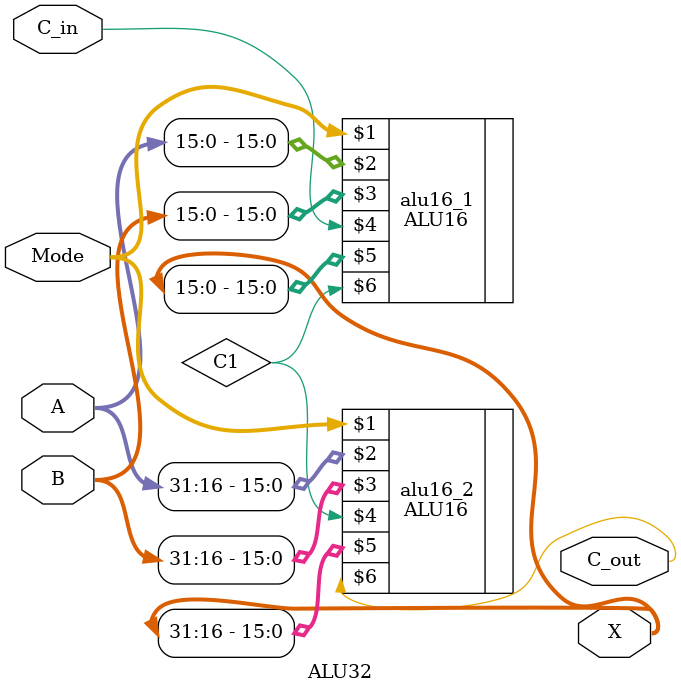
<source format=v>

module ALU32 (
	input wire [7:0] Mode,
	input [31:0] A,
	input [31:0] B,
	input C_in,
	output [31:0] X,
	output C_out);

	ALU16 alu16_1 (Mode, A[15:0],  B[15:0],  C_in, X[15:0], C1);
	ALU16 alu16_2 (Mode, A[31:16], B[31:16], C1, X[31:16], C_out);
endmodule

</source>
